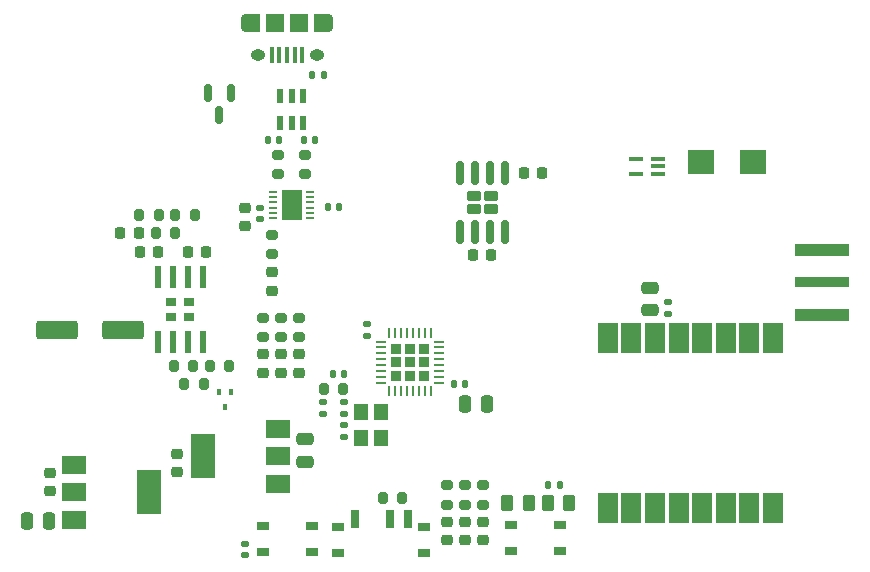
<source format=gbr>
%TF.GenerationSoftware,KiCad,Pcbnew,7.0.6*%
%TF.CreationDate,2023-10-08T21:10:43-06:00*%
%TF.ProjectId,CAN-USB RF Module,43414e2d-5553-4422-9052-46204d6f6475,2.0*%
%TF.SameCoordinates,Original*%
%TF.FileFunction,Paste,Top*%
%TF.FilePolarity,Positive*%
%FSLAX46Y46*%
G04 Gerber Fmt 4.6, Leading zero omitted, Abs format (unit mm)*
G04 Created by KiCad (PCBNEW 7.0.6) date 2023-10-08 21:10:43*
%MOMM*%
%LPD*%
G01*
G04 APERTURE LIST*
G04 Aperture macros list*
%AMRoundRect*
0 Rectangle with rounded corners*
0 $1 Rounding radius*
0 $2 $3 $4 $5 $6 $7 $8 $9 X,Y pos of 4 corners*
0 Add a 4 corners polygon primitive as box body*
4,1,4,$2,$3,$4,$5,$6,$7,$8,$9,$2,$3,0*
0 Add four circle primitives for the rounded corners*
1,1,$1+$1,$2,$3*
1,1,$1+$1,$4,$5*
1,1,$1+$1,$6,$7*
1,1,$1+$1,$8,$9*
0 Add four rect primitives between the rounded corners*
20,1,$1+$1,$2,$3,$4,$5,0*
20,1,$1+$1,$4,$5,$6,$7,0*
20,1,$1+$1,$6,$7,$8,$9,0*
20,1,$1+$1,$8,$9,$2,$3,0*%
G04 Aperture macros list end*
%ADD10RoundRect,0.250000X0.262500X0.450000X-0.262500X0.450000X-0.262500X-0.450000X0.262500X-0.450000X0*%
%ADD11RoundRect,0.140000X0.140000X0.170000X-0.140000X0.170000X-0.140000X-0.170000X0.140000X-0.170000X0*%
%ADD12R,1.050000X0.650000*%
%ADD13RoundRect,0.200000X-0.200000X-0.275000X0.200000X-0.275000X0.200000X0.275000X-0.200000X0.275000X0*%
%ADD14RoundRect,0.218750X0.256250X-0.218750X0.256250X0.218750X-0.256250X0.218750X-0.256250X-0.218750X0*%
%ADD15RoundRect,0.200000X0.275000X-0.200000X0.275000X0.200000X-0.275000X0.200000X-0.275000X-0.200000X0*%
%ADD16R,2.000000X1.500000*%
%ADD17R,2.000000X3.800000*%
%ADD18RoundRect,0.218750X-0.218750X-0.256250X0.218750X-0.256250X0.218750X0.256250X-0.218750X0.256250X0*%
%ADD19R,1.200000X1.400000*%
%ADD20RoundRect,0.200000X-0.275000X0.200000X-0.275000X-0.200000X0.275000X-0.200000X0.275000X0.200000X0*%
%ADD21RoundRect,0.200000X0.200000X0.275000X-0.200000X0.275000X-0.200000X-0.275000X0.200000X-0.275000X0*%
%ADD22RoundRect,0.140000X-0.170000X0.140000X-0.170000X-0.140000X0.170000X-0.140000X0.170000X0.140000X0*%
%ADD23RoundRect,0.250000X-0.475000X0.250000X-0.475000X-0.250000X0.475000X-0.250000X0.475000X0.250000X0*%
%ADD24RoundRect,0.140000X-0.140000X-0.170000X0.140000X-0.170000X0.140000X0.170000X-0.140000X0.170000X0*%
%ADD25RoundRect,0.225000X-0.250000X0.225000X-0.250000X-0.225000X0.250000X-0.225000X0.250000X0.225000X0*%
%ADD26RoundRect,0.250000X1.500000X0.550000X-1.500000X0.550000X-1.500000X-0.550000X1.500000X-0.550000X0*%
%ADD27RoundRect,0.225000X-0.225000X-0.250000X0.225000X-0.250000X0.225000X0.250000X-0.225000X0.250000X0*%
%ADD28O,0.890000X1.550000*%
%ADD29O,1.250000X0.950000*%
%ADD30R,0.400000X1.350000*%
%ADD31R,1.200000X1.550000*%
%ADD32R,1.500000X1.550000*%
%ADD33RoundRect,0.225000X0.225000X0.250000X-0.225000X0.250000X-0.225000X-0.250000X0.225000X-0.250000X0*%
%ADD34R,2.200000X2.150000*%
%ADD35R,1.000000X0.800000*%
%ADD36R,0.700000X1.500000*%
%ADD37RoundRect,0.250000X0.250000X0.475000X-0.250000X0.475000X-0.250000X-0.475000X0.250000X-0.475000X0*%
%ADD38R,4.560000X0.850000*%
%ADD39R,4.560000X1.000000*%
%ADD40R,1.200000X0.400000*%
%ADD41RoundRect,0.218750X-0.256250X0.218750X-0.256250X-0.218750X0.256250X-0.218750X0.256250X0.218750X0*%
%ADD42RoundRect,0.250000X-0.250000X-0.475000X0.250000X-0.475000X0.250000X0.475000X-0.250000X0.475000X0*%
%ADD43R,0.600000X1.200000*%
%ADD44RoundRect,0.140000X0.170000X-0.140000X0.170000X0.140000X-0.170000X0.140000X-0.170000X-0.140000X0*%
%ADD45R,1.800000X2.600000*%
%ADD46RoundRect,0.230000X0.375000X-0.230000X0.375000X0.230000X-0.375000X0.230000X-0.375000X-0.230000X0*%
%ADD47RoundRect,0.150000X0.150000X-0.825000X0.150000X0.825000X-0.150000X0.825000X-0.150000X-0.825000X0*%
%ADD48RoundRect,0.225000X0.250000X-0.225000X0.250000X0.225000X-0.250000X0.225000X-0.250000X-0.225000X0*%
%ADD49R,0.610000X1.910000*%
%ADD50R,0.930000X0.723000*%
%ADD51RoundRect,0.150000X-0.150000X0.587500X-0.150000X-0.587500X0.150000X-0.587500X0.150000X0.587500X0*%
%ADD52R,0.650000X0.250000*%
%ADD53R,1.700000X2.500000*%
%ADD54RoundRect,0.232500X-0.232500X-0.232500X0.232500X-0.232500X0.232500X0.232500X-0.232500X0.232500X0*%
%ADD55RoundRect,0.062500X-0.375000X-0.062500X0.375000X-0.062500X0.375000X0.062500X-0.375000X0.062500X0*%
%ADD56RoundRect,0.062500X-0.062500X-0.375000X0.062500X-0.375000X0.062500X0.375000X-0.062500X0.375000X0*%
%ADD57R,0.400000X0.510000*%
G04 APERTURE END LIST*
D10*
%TO.C,R18*%
X142644500Y-113284000D03*
X140819500Y-113284000D03*
%TD*%
D11*
%TO.C,C24*%
X145260000Y-111760000D03*
X144300000Y-111760000D03*
%TD*%
D12*
%TO.C,SW3*%
X145331000Y-117320000D03*
X141181000Y-117320000D03*
X141181000Y-115170000D03*
X145331000Y-115170000D03*
%TD*%
D10*
%TO.C,R17*%
X146073500Y-113284000D03*
X144248500Y-113284000D03*
%TD*%
D13*
%TO.C,R9*%
X113475000Y-103251000D03*
X115125000Y-103251000D03*
%TD*%
D14*
%TO.C,D7*%
X120142000Y-102260500D03*
X120142000Y-100685500D03*
%TD*%
D15*
%TO.C,R15*%
X123712000Y-85453000D03*
X123712000Y-83803000D03*
%TD*%
D16*
%TO.C,U5*%
X104164600Y-110095000D03*
X104164600Y-112395000D03*
D17*
X110464600Y-112395000D03*
D16*
X104164600Y-114695000D03*
%TD*%
D13*
%TO.C,R7*%
X112713000Y-88900000D03*
X114363000Y-88900000D03*
%TD*%
D18*
%TO.C,D5*%
X108051500Y-90424000D03*
X109626500Y-90424000D03*
%TD*%
D19*
%TO.C,U1*%
X130136000Y-107780000D03*
X130136000Y-105580000D03*
X128436000Y-105580000D03*
X128436000Y-107780000D03*
%TD*%
D20*
%TO.C,R12*%
X120142000Y-97600000D03*
X120142000Y-99250000D03*
%TD*%
D21*
%TO.C,R10*%
X114236000Y-101727000D03*
X112586000Y-101727000D03*
%TD*%
%TO.C,FB1*%
X126967500Y-103604000D03*
X125317500Y-103604000D03*
%TD*%
D22*
%TO.C,C1*%
X118618000Y-116741000D03*
X118618000Y-117701000D03*
%TD*%
D23*
%TO.C,C23*%
X152908000Y-95062000D03*
X152908000Y-96962000D03*
%TD*%
D24*
%TO.C,C19*%
X120565000Y-82550000D03*
X121525000Y-82550000D03*
%TD*%
D23*
%TO.C,C14*%
X123698000Y-107889000D03*
X123698000Y-109789000D03*
%TD*%
D25*
%TO.C,C13*%
X112903000Y-109156200D03*
X112903000Y-110706200D03*
%TD*%
D26*
%TO.C,C10*%
X108337000Y-98679000D03*
X102737000Y-98679000D03*
%TD*%
D20*
%TO.C,R11*%
X123190000Y-97600000D03*
X123190000Y-99250000D03*
%TD*%
%TO.C,R13*%
X121666000Y-97600000D03*
X121666000Y-99250000D03*
%TD*%
D14*
%TO.C,D6*%
X123190000Y-102260500D03*
X123190000Y-100685500D03*
%TD*%
D25*
%TO.C,C16*%
X118632000Y-88298000D03*
X118632000Y-89848000D03*
%TD*%
D14*
%TO.C,D2*%
X137287000Y-116465750D03*
X137287000Y-114890750D03*
%TD*%
D24*
%TO.C,C15*%
X125631000Y-88265000D03*
X126591000Y-88265000D03*
%TD*%
D14*
%TO.C,D3*%
X138811000Y-116465750D03*
X138811000Y-114890750D03*
%TD*%
D27*
%TO.C,C45*%
X137909000Y-92329000D03*
X139459000Y-92329000D03*
%TD*%
D22*
%TO.C,C17*%
X119902000Y-88311000D03*
X119902000Y-89271000D03*
%TD*%
%TO.C,C5*%
X127000000Y-106708000D03*
X127000000Y-107668000D03*
%TD*%
D28*
%TO.C,J4*%
X125690000Y-72644000D03*
D29*
X124690000Y-75344000D03*
X119690000Y-75344000D03*
D28*
X118690000Y-72644000D03*
D30*
X123490000Y-75344000D03*
X122840000Y-75344000D03*
X122190000Y-75344000D03*
X121540000Y-75344000D03*
X120890000Y-75344000D03*
D31*
X125090000Y-72644000D03*
D32*
X123190000Y-72644000D03*
X121190000Y-72644000D03*
D31*
X119290000Y-72644000D03*
%TD*%
D33*
%TO.C,C46*%
X143777000Y-85344000D03*
X142227000Y-85344000D03*
%TD*%
D34*
%TO.C,D4*%
X161680000Y-84423500D03*
X157280000Y-84423500D03*
%TD*%
D15*
%TO.C,R16*%
X121426000Y-85453000D03*
X121426000Y-83803000D03*
%TD*%
D35*
%TO.C,SW2*%
X126525000Y-115298000D03*
X126525000Y-117508000D03*
X133825000Y-115298000D03*
X133825000Y-117508000D03*
D36*
X127925000Y-114648000D03*
X130925000Y-114648000D03*
X132425000Y-114648000D03*
%TD*%
D37*
%TO.C,C12*%
X102042000Y-114808000D03*
X100142000Y-114808000D03*
%TD*%
D15*
%TO.C,R2*%
X135763000Y-113455250D03*
X135763000Y-111805250D03*
%TD*%
D38*
%TO.C,J5*%
X167499500Y-94612250D03*
D39*
X167499500Y-97382250D03*
X167499500Y-91842250D03*
%TD*%
D40*
%TO.C,IC1*%
X153638000Y-85439500D03*
X153638000Y-84789500D03*
X153638000Y-84139500D03*
X151738000Y-84139500D03*
X151738000Y-85439500D03*
%TD*%
D41*
%TO.C,D9*%
X120918000Y-93746500D03*
X120918000Y-95321500D03*
%TD*%
D13*
%TO.C,R8*%
X115634000Y-101727000D03*
X117284000Y-101727000D03*
%TD*%
D15*
%TO.C,R4*%
X138811000Y-113455250D03*
X138811000Y-111805250D03*
%TD*%
D16*
%TO.C,U6*%
X121387000Y-111647000D03*
X121387000Y-109347000D03*
D17*
X115087000Y-109347000D03*
D16*
X121387000Y-107047000D03*
%TD*%
D14*
%TO.C,D1*%
X135763000Y-116465750D03*
X135763000Y-114890750D03*
%TD*%
D21*
%TO.C,R5*%
X111315000Y-88900000D03*
X109665000Y-88900000D03*
%TD*%
D42*
%TO.C,C2*%
X137226000Y-104902000D03*
X139126000Y-104902000D03*
%TD*%
D43*
%TO.C,D10*%
X121619000Y-81160000D03*
X122569000Y-81160000D03*
X123519000Y-81160000D03*
X123519000Y-78860000D03*
X122569000Y-78860000D03*
X121619000Y-78860000D03*
%TD*%
D15*
%TO.C,R3*%
X137287000Y-113455250D03*
X137287000Y-111805250D03*
%TD*%
D44*
%TO.C,C3*%
X128936500Y-99131000D03*
X128936500Y-98171000D03*
%TD*%
D27*
%TO.C,C21*%
X113779000Y-92075000D03*
X115329000Y-92075000D03*
%TD*%
D22*
%TO.C,C8*%
X125253500Y-104775000D03*
X125253500Y-105735000D03*
%TD*%
D45*
%TO.C,MOD1*%
X149337000Y-113753000D03*
X151337000Y-113753000D03*
X153337000Y-113753000D03*
X155337000Y-113753000D03*
X157337000Y-113753000D03*
X159337000Y-113753000D03*
X161337000Y-113753000D03*
X163337000Y-113753000D03*
X163337000Y-99353000D03*
X161337000Y-99353000D03*
X159337000Y-99353000D03*
X157337000Y-99353000D03*
X155337000Y-99353000D03*
X153337000Y-99353000D03*
X151337000Y-99353000D03*
X149337000Y-99353000D03*
%TD*%
D46*
%TO.C,U10*%
X137990000Y-88428000D03*
X139490000Y-88428000D03*
X137990000Y-87288000D03*
X139490000Y-87288000D03*
D47*
X136835000Y-90333000D03*
X138105000Y-90333000D03*
X139375000Y-90333000D03*
X140645000Y-90333000D03*
X140645000Y-85383000D03*
X139375000Y-85383000D03*
X138105000Y-85383000D03*
X136835000Y-85383000D03*
%TD*%
D11*
%TO.C,C20*%
X125293000Y-77089000D03*
X124333000Y-77089000D03*
%TD*%
D48*
%TO.C,C11*%
X102108000Y-112281000D03*
X102108000Y-110731000D03*
%TD*%
D12*
%TO.C,SW1*%
X120127202Y-115257000D03*
X124277202Y-115257000D03*
X120127202Y-117407000D03*
X124277202Y-117407000D03*
%TD*%
D22*
%TO.C,C7*%
X127031500Y-104775000D03*
X127031500Y-105735000D03*
%TD*%
D44*
%TO.C,C22*%
X154432000Y-97254000D03*
X154432000Y-96294000D03*
%TD*%
D49*
%TO.C,U3*%
X115062000Y-94135000D03*
X113792000Y-94135000D03*
X112522000Y-94135000D03*
X111252000Y-94135000D03*
X111252000Y-99695000D03*
X112522000Y-99695000D03*
X113792000Y-99695000D03*
X115062000Y-99695000D03*
D50*
X113932000Y-96312500D03*
X112382000Y-96312500D03*
X113932000Y-97517500D03*
X112382000Y-97517500D03*
%TD*%
D51*
%TO.C,U4*%
X117409000Y-78564500D03*
X115509000Y-78564500D03*
X116459000Y-80439500D03*
%TD*%
D11*
%TO.C,C6*%
X127003500Y-102334000D03*
X126043500Y-102334000D03*
%TD*%
D33*
%TO.C,C9*%
X111278000Y-92075000D03*
X109728000Y-92075000D03*
%TD*%
D11*
%TO.C,C18*%
X124547000Y-82550000D03*
X123587000Y-82550000D03*
%TD*%
D13*
%TO.C,R1*%
X130302000Y-112903000D03*
X131952000Y-112903000D03*
%TD*%
D52*
%TO.C,U7*%
X121019000Y-86932000D03*
X121019000Y-87382000D03*
X121019000Y-87832000D03*
X121019000Y-88282000D03*
X121019000Y-88732000D03*
X121019000Y-89182000D03*
X124119000Y-89182000D03*
X124119000Y-88732000D03*
X124119000Y-88282000D03*
X124119000Y-87832000D03*
X124119000Y-87382000D03*
X124119000Y-86932000D03*
D53*
X122569000Y-88057000D03*
%TD*%
D54*
%TO.C,U2*%
X131445000Y-100224000D03*
X131445000Y-101374000D03*
X131445000Y-102524000D03*
X132595000Y-100224000D03*
X132595000Y-101374000D03*
X132595000Y-102524000D03*
X133745000Y-100224000D03*
X133745000Y-101374000D03*
X133745000Y-102524000D03*
D55*
X130157500Y-99624000D03*
X130157500Y-100124000D03*
X130157500Y-100624000D03*
X130157500Y-101124000D03*
X130157500Y-101624000D03*
X130157500Y-102124000D03*
X130157500Y-102624000D03*
X130157500Y-103124000D03*
D56*
X130845000Y-103811500D03*
X131345000Y-103811500D03*
X131845000Y-103811500D03*
X132345000Y-103811500D03*
X132845000Y-103811500D03*
X133345000Y-103811500D03*
X133845000Y-103811500D03*
X134345000Y-103811500D03*
D55*
X135032500Y-103124000D03*
X135032500Y-102624000D03*
X135032500Y-102124000D03*
X135032500Y-101624000D03*
X135032500Y-101124000D03*
X135032500Y-100624000D03*
X135032500Y-100124000D03*
X135032500Y-99624000D03*
D56*
X134345000Y-98936500D03*
X133845000Y-98936500D03*
X133345000Y-98936500D03*
X132845000Y-98936500D03*
X132345000Y-98936500D03*
X131845000Y-98936500D03*
X131345000Y-98936500D03*
X130845000Y-98936500D03*
%TD*%
D20*
%TO.C,R14*%
X120918000Y-90598000D03*
X120918000Y-92248000D03*
%TD*%
D57*
%TO.C,Q1*%
X117467000Y-103876000D03*
X116467000Y-103876000D03*
X116967000Y-105166000D03*
%TD*%
D24*
%TO.C,C4*%
X136299000Y-103251000D03*
X137259000Y-103251000D03*
%TD*%
D14*
%TO.C,D8*%
X121666000Y-102260500D03*
X121666000Y-100685500D03*
%TD*%
D21*
%TO.C,R6*%
X112712000Y-90424000D03*
X111062000Y-90424000D03*
%TD*%
M02*

</source>
